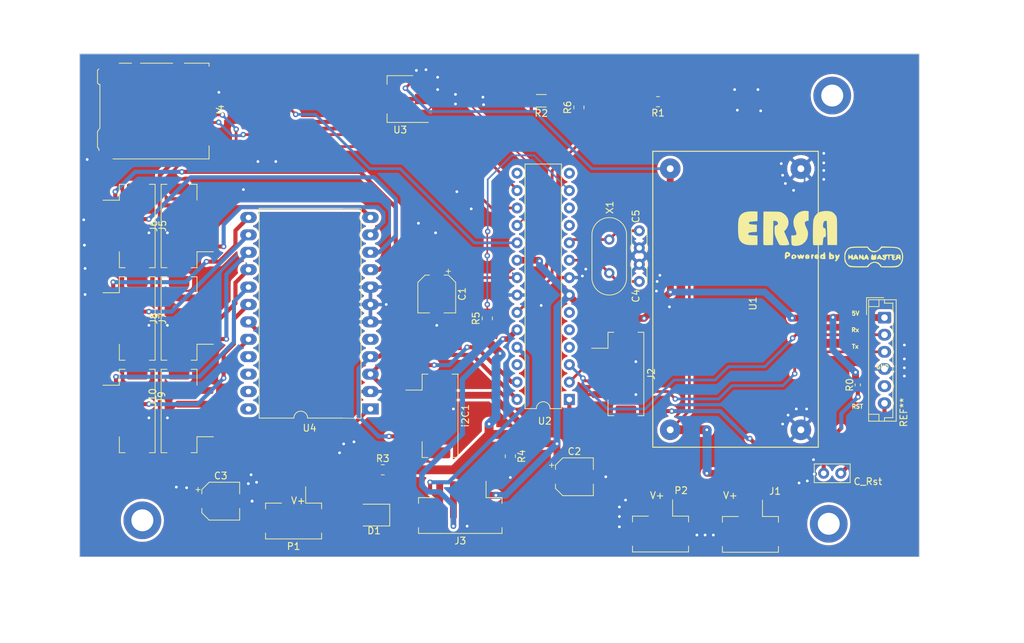
<source format=kicad_pcb>
(kicad_pcb (version 20240108) (generator "pcbnew") (generator_version "8.0")
  (layers (0 "F.Cu" signal) (31 "B.Cu" signal) (34 "B.Paste" user) (35 "F.Paste" user) (36 "B.SilkS" user "B.Silkscreen") (37 "F.SilkS" user "F.Silkscreen") (38 "B.Mask" user) (39 "F.Mask" user) (44 "Edge.Cuts" user))
  (net 0 "")
  (net 1 "GND")
  (net 2 "+5V")
  (net 3 "Net-(U2-AREF)")
  (net 4 "Net-(U2-XTAL1{slash}PB6)")
  (net 5 "Net-(U2-XTAL2{slash}PB7)")
  (net 6 "Net-(D1-A)")
  (net 7 "Net-(D1-K)")
  (net 8 "Net-(U2-PC4)")
  (net 9 "Net-(U2-PC5)")
  (net 10 "Net-(J1-Pin_1)")
  (net 11 "Net-(J2-Pin_2)")
  (net 12 "Net-(J2-Pin_3)")
  (net 13 "Net-(J3-Pin_3)")
  (net 14 "Net-(J3-Pin_4)")
  (net 16 "/CS")
  (net 17 "/MOSI")
  (net 18 "/SCLK")
  (net 19 "/MISO")
  (net 22 "Net-(J5-Pin_1)")
  (net 23 "Net-(J5-Pin_2)")
  (net 24 "Net-(J6-Pin_1)")
  (net 25 "Net-(J6-Pin_2)")
  (net 26 "Net-(J7-Pin_1)")
  (net 27 "Net-(J7-Pin_2)")
  (net 28 "Net-(J8-Pin_1)")
  (net 29 "Net-(J8-Pin_2)")
  (net 30 "Net-(J9-Pin_1)")
  (net 31 "Net-(J9-Pin_2)")
  (net 32 "Net-(J10-Pin_1)")
  (net 33 "Net-(J10-Pin_2)")
  (net 34 "Net-(U2-PD7)")
  (net 35 "Net-(U2-PC0)")
  (net 37 "Net-(R1-Pad2)")
  (net 38 "Net-(R3-Pad1)")
  (net 44 "3v3")
  (net 52 "RST")
  (net 53 "CRst_1")
  (footprint "Package_TO_SOT_SMD:SOT-223-3_TabPin2" (layer "F.Cu") (at 142.24 68.58 180)
    (property "Reference" "U3")
    (property "Value" "AMS1117-3.3")
  )
  (footprint "Connector_JST:JST_PH_B2B-PH-SM4-TB_1x02-1MP_P2.00mm_Vertical" (layer "F.Cu") (at 180.2 130.3 180)
    (property "Reference" "P2")
    (property "Value" "BATT")
  )
  (footprint "Resistor_SMD:R_0805_2012Metric" (layer "F.Cu") (at 158.3 120.7 -90)
    (property "Reference" "R4")
    (property "Value" "22K")
  )
  (footprint "Connector_JST:JST_PH_B4B-PH-SM4-TB_1x04-1MP_P2.00mm_Vertical" (layer "F.Cu") (at 151 127.6 180)
    (property "Reference" "J3")
    (property "Value" "AUX")
  )
  (footprint "Resistor_SMD:R_0805_2012Metric" (layer "F.Cu") (at 179.832 68.961 180)
    (property "Reference" "R1")
    (property "Value" "10K")
  )
  (footprint "Connector_JST:JST_PH_B2B-PH-SM4-TB_1x02-1MP_P2.00mm_Vertical" (layer "F.Cu") (at 193.3 130.35 180)
    (property "Reference" "J1")
    (property "Value" "SWITCH")
  )
  (footprint "Capacitor_THT:C_Disc_D5.0mm_W2.5mm_P2.50mm" (layer "F.Cu") (at 203.982 123.19)
    (property "Reference" "C_Rst")
    (property "Value" "0.1uF/10V")
  )
  (footprint "Connector_JST:JST_PH_B4B-PH-SM4-TB_1x04-1MP_P2.00mm_Vertical" (layer "F.Cu") (at 102.15 100.6 -90)
    (property "Reference" "J7")
    (property "Value" "T5")
  )
  (footprint "Connector_JST:JST_PH_B4B-PH-SM4-TB_1x04-1MP_P2.00mm_Vertical" (layer "F.Cu") (at 102.15 114.1 -90)
    (property "Reference" "J9")
    (property "Value" "T7")
  )
  (footprint "simbol:sim2" (layer "F.Cu") (at 203.454 89.0524)
    (property "Reference" "G***" (hide yes))
    (property "Value" "LOGO" (hide yes))
  )
  (footprint "eec:DC-DC" (layer "F.Cu") (at 191.77 99.06 90)
    (property "Reference" "U1")
    (property "Value" "DC-DC")
  )
  (footprint "Resistor_SMD:R_0805_2012Metric" (layer "F.Cu") (at 139.7 122.682)
    (property "Reference" "R3")
    (property "Value" "33K, 0805W8F3302T5E")
  )
  (footprint "Package_DIP:DIP-24_W15.24mm_LongPads" (layer "F.Cu") (at 135.362 113.797 180)
    (property "Reference" "U4")
    (property "Value" "TCA9548APWR")
  )
  (footprint "Package_DIP:DIP-28_W7.62mm" (layer "F.Cu") (at 166.904 112.416 180)
    (property "Reference" "U2")
    (property "Value" "ATmega328P-P")
  )
  (footprint "Resistor_SMD:R_0805_2012Metric" (layer "F.Cu") (at 154.94 100.584 90)
    (property "Reference" "R5")
    (property "Value" "100, 0805W8F3302T5E")
  )
  (footprint "" (layer "F.Cu") (at 104.648 130.048)
    (property "Reference" "")
    (property "Value" "")
  )
  (footprint "Resistor_SMD:R_0402_1005Metric" (layer "F.Cu") (at 208.95 110.29 90)
    (property "Reference" "R0")
    (property "Value" "10k")
  )
  (footprint "Connector_JST:JST_PH_B4B-PH-SM4-TB_1x04-1MP_P2.00mm_Vertical" (layer "F.Cu") (at 173.4 108.7 -90)
    (property "Reference" "J2")
    (property "Value" "RS232")
  )
  (footprint "Connector_JST:JST_PH_B2B-PH-SM4-TB_1x02-1MP_P2.00mm_Vertical" (layer "F.Cu") (at 126.7 128.4 180)
    (property "Reference" "P1")
    (property "Value" "DC IN")
  )
  (footprint "Connector_JST:JST_PH_B4B-PH-SM4-TB_1x04-1MP_P2.00mm_Vertical" (layer "F.Cu") (at 102.15 87.1 -90)
    (property "Reference" "J5")
    (property "Value" "T3")
  )
  (footprint "Connector_JST:JST_PH_B4B-PH-SM4-TB_1x04-1MP_P2.00mm_Vertical" (layer "F.Cu") (at 111.75 114.1 90)
    (property "Reference" "J10")
    (property "Value" "T8")
  )
  (footprint "Connector_JST:JST_PH_B4B-PH-SM4-TB_1x04-1MP_P2.00mm_Vertical" (layer "F.Cu") (at 111.75 100.6 90)
    (property "Reference" "J8")
    (property "Value" "T6")
  )
  (footprint "Capacitor_SMD:CP_Elec_5x5.4" (layer "F.Cu") (at 116.078 127.254)
    (property "Reference" "C3")
    (property "Value" "100uF/10V")
  )
  (footprint "MountingHole:MountingHole_3.2mm_M3_ISO14580_Pad" (layer "F.Cu") (at 204.724 130.556)
    (property "Reference" "REF**" (hide yes))
    (property "Value" "MountingHole_3.2mm_M3_ISO14580_Pad")
  )
  (footprint "Resistor_SMD:R_1206_3216Metric" (layer "F.Cu") (at 162.814 68.834 180)
    (property "Reference" "R2")
    (property "Value" "4K7")
  )
  (footprint "Resistor_SMD:R_0805_2012Metric" (layer "F.Cu") (at 168.3 69.8 90)
    (property "Reference" "R6")
    (property "Value" "100")
  )
  (footprint "Capacitor_THT:C_Disc_D3.0mm_W2.0mm_P2.50mm" (layer "F.Cu") (at 177.1 87.8 -90)
    (property "Reference" "C5")
    (property "Value" "22p")
  )
  (footprint "Capacitor_SMD:CP_Elec_5x5.4" (layer "F.Cu") (at 167.64 123.698)
    (property "Reference" "C2")
    (property "Value" "100uF/10V")
  )
  (footprint "Capacitor_THT:C_Disc_D3.0mm_W2.0mm_P2.50mm" (layer "F.Cu") (at 177.1 95.2 90)
    (property "Reference" "C4")
    (property "Value" "22p")
  )
  (footprint "Connector_Card:microSD_HC_Hirose_DM3AT-SF-PEJM5" (layer "F.Cu") (at 106.493 70.325 -90)
    (property "Reference" "J4")
    (property "Value" "Micro_SD_Card")
  )
  (footprint "Crystal:Crystal_HC18-U_Vertical" (layer "F.Cu") (at 172.72 93.98 90)
    (property "Reference" "X1")
    (property "Value" "Crystal")
  )
  (footprint "Connector_JST:JST_PH_B4B-PH-SM4-TB_1x04-1MP_P2.00mm_Vertical" (layer "F.Cu") (at 146.3 114.8 -90)
    (property "Reference" "i2C1")
    (property "Value" "J2")
  )
  (footprint "Connector_JST:JST_PH_B4B-PH-SM4-TB_1x04-1MP_P2.00mm_Vertical" (layer "F.Cu") (at 111.75 87.1 90)
    (property "Reference" "J6")
    (property "Value" "T4")
  )
  (footprint "Connector_JST:JST_EH_B6B-EH-A_1x06_P2.50mm_Vertical" (layer "F.Cu") (at 212.852 100.47 -90)
    (property "Reference" "REF**")
    (property "Value" "JST_EH_B6B-EH-A_1x06_P2.50mm_Vertical" (hide yes))
  )
  (footprint "Diode_SMD:D_1210_3225Metric" (layer "F.Cu") (at 138.43 129.286 180)
    (property "Reference" "D1")
    (property "Value" "SMB(DO-214AA)")
  )
  (footprint "Capacitor_SMD:CP_Elec_5x5.4" (layer "F.Cu") (at 147.574 97.028 -90)
    (property "Reference" "C1")
    (property "Value" "100uF/10V")
  )
  (footprint "" (layer "F.Cu") (at 205.232 68.072)
    (property "Reference" "")
    (property "Value" "")
  )
  (gr_rect (start 95.504 61.976) (end 217.932 135.382) (stroke (width 0.1)) (fill none) (layer "Edge.Cuts"))
  (gr_text "Baby Incubator Tester\n22.04.2024" (at 183.3626 65.8876 0) (layer "F.Cu") (effects (font (size 1 1) (thickness 0.25) (bold yes)) (justify left bottom)))
  (gr_text "RST\n" (at 207.988 113.792 0) (layer "F.SilkS") (effects (font (size 0.6 0.6) (thickness 0.15) (bold yes)) (justify left bottom)))
  (gr_text "V+\n" (at 126.238 127.762 0) (layer "F.SilkS") (effects (font (size 1 1)) (justify left bottom)))
  (gr_text "V+\n" (at 178.562 127 0) (layer "F.SilkS") (effects (font (size 1 1)) (justify left bottom)))
  (gr_text "Tx" (at 208.012 105.04 0) (layer "F.SilkS") (effects (font (size 0.6 0.6) (thickness 0.15) (bold yes)) (justify left bottom)))
  (gr_text "GND\n" (at 211.56 108.03 0) (layer "F.SilkS") (effects (font (size 0.6 0.6) (thickness 0.15) (bold yes)) (justify left bottom)))
  (gr_text "V+\n" (at 189.23 127 0) (layer "F.SilkS") (effects (font (size 1 1)) (justify left bottom)))
  (gr_text "5V\n" (at 207.982 100.21 0) (layer "F.SilkS") (effects (font (size 0.6 0.6)) (justify left bottom)))
  (gr_text "Rx" (at 207.942 102.63 0) (layer "F.SilkS") (effects (font (size 0.6 0.6)) (justify left bottom)))
  (segment (start 157.95 123.45) (end 153.266726 123.45) (width 1) (layer "F.Cu") (net 1))
  (segment (start 125.054 127.254) (end 120.65 127.254) (width 1) (layer "F.Cu") (net 1))
  (segment (start 109.5 86.1) (end 108.3 87.3) (width 0.6) (layer "F.Cu") (net 1))
  (segment (start 152 130.9) (end 152 130.8) (width 0.25) (layer "F.Cu") (net 1))
  (segment (start 148.62 67.9) (end 150.3 67.9) (width 0.25) (layer "F.Cu") (net 1))
  (segment (start 125.7 127.9) (end 125.054 127.254) (width 1) (layer "F.Cu") (net 1))
  (segment (start 112.25 86.1) (end 109.5 86.1) (width 0.6) (layer "F.Cu") (net 1))
  (segment (start 169.84 123.698) (end 172.212 123.698) (width 0.25) (layer "F.Cu") (net 1))
  (segment (start 161.3515 68.834) (end 154.966 68.834) (width 0.4) (layer "F.Cu") (net 1))
  (segment (start 158.3 123.8) (end 159.898 125.398) (width 1) (layer "F.Cu") (net 1))
  (segment (start 179.2 129.8) (end 176.5 127.1) (width 1) (layer "F.Cu") (net 1))
  (segment (start 152 124.716726) (end 152 127.1) (width 1) (layer "F.Cu") (net 1))
  (segment (start 145.39 70.88) (end 145.64 70.88) (width 0.25) (layer "F.Cu") (net 1))
  (segment (start 168.14 125.398) (end 169.84 123.698) (width 1) (layer "F.Cu") (net 1))
  (segment (start 109.5 99.6) (end 108.3 100.8) (width 0.6) (layer "F.Cu") (net 1))
  (segment (start 154.966 68.834) (end 154.4 69.4) (width 0.4) (layer "F.Cu") (net 1))
  (segment (start 108.3 87.3) (end 108.3 88.1) (width 0.6) (layer "F.Cu") (net 1))
  (segment (start 101.65 88.1) (end 105.6 88.1) (width 0.6) (layer "F.Cu") (net 1))
  (segment (start 109.5 113.1) (end 108.3 114.3) (width 0.6) (layer "F.Cu") (net 1))
  (segment (start 159.898 125.398) (end 168.14 125.398) (width 1) (layer "F.Cu") (net 1))
  (segment (start 101.65 115.1) (end 105.6 115.1) (width 0.6) (layer "F.Cu") (net 1))
  (segment (start 120.396 127.254) (end 120.65 127) (width 0.25) (layer "F.Cu") (net 1))
  (segment (start 115.8 67.6) (end 114.218 67.6) (width 0.4) (layer "F.Cu") (net 1))
  (segment (start 101.65 101.6) (end 105.6 101.6) (width 0.6) (layer "F.Cu") (net 1))
  (segment (start 152 127.1) (end 152 130.9) (width 0.25) (layer "F.Cu") (net 1))
  (segment (start 158.98 97.48) (end 159.284 97.176) (width 0.25) (layer "F.Cu") (net 1))
  (segment (start 112.25 113.1) (end 109.5 113.1) (width 0.6) (layer "F.Cu") (net 1))
  (segment (start 108.3 114.3) (end 108.3 115.1) (width 0.6) (layer "F.Cu") (net 1))
  (segment (start 176.5 127.1) (end 175.1 127.1) (width 1) (layer "F.Cu") (net 1))
  (segment (start 108.3 100.8) (end 108.3 101.6) (width 0.6) (layer "F.Cu") (net 1))
  (segment (start 147.574 99.228) (end 147.574 101.6) (width 0.25) (layer "F.Cu") (net 1))
  (segment (start 158.3 121.6125) (end 158.3 123.8) (width 1) (layer "F.Cu") (net 1))
  (segment (start 158.3 123.8) (end 157.95 123.45) (width 1) (layer "F.Cu") (net 1))
  (segment (start 145.64 70.88) (end 148.62 67.9) (width 0.25) (layer "F.Cu") (net 1))
  (segment (start 118.278 127.254) (end 120.396 127.254) (width 0.8) (layer "F.Cu") (net 1))
  (segment (start 112.87 100) (end 113.55 100) (width 0.25) (layer "F.Cu") (net 1))
  (segment (start 145.8 113.8) (end 150 113.8) (width 0.4) (layer "F.Cu") (net 1))
  (segment (start 172.9 111.7) (end 176.6 111.7) (width 1) (layer "F.Cu") (net 1))
  (segment (start 153.266726 123.45) (end 152 124.716726) (width 1) (layer "F.Cu") (net 1))
  (segment (start 112.25 99.6) (end 109.5 99.6) (width 0.6) (layer "F.Cu") (net 1))
  (via (at 215.752 109) (size 0.8) (drill 0.4) (layers "F.Cu" "B.Cu") (net 1))
  (via (at 154.3 68.3) (size 0.8) (drill 0.4) (layers "F.Cu" "B.Cu") (net 1))
  (via (at 144.6 64.4) (size 0.8) (drill 0.4) (layers "F.Cu" "B.Cu") (net 1))
  (via (at 215.752 106.5) (size 0.8) (drill 0.4) (layers "F.Cu" "B.Cu") (net 1))
  (via (at 120.65 127.254) (size 0.8) (drill 0.4) (layers "F.Cu" "B.Cu") (net 1))
  (via (at 147.4 88.1) (size 0.8) (drill 0.4) (layers "F.Cu" "B.Cu") (net 1))
  (via (at 96.3 97.1) (size 0.8) (drill 0.4) (layers "F.Cu" "B.Cu") (net 1))
  (via (at 96.6 77.4) (size 0.8) (drill 0.4) (layers "F.Cu" "B.Cu") (net 1))
  (via (at 144.9 86.7) (size 0.8) (drill 0.4) (layers "F.Cu" "B.Cu") (net 1))
  (via (at 176.6 106.9) (size 0.8) (drill 0.4) (layers "F.Cu" "B.Cu") (net 1))
  (via (at 215.752 107.8) (size 0.8) (drill 0.4) (layers "F.Cu" "B.Cu") (net 1))
  (via (at 133.4 120.2) (size 0.8) (drill 0.4) (layers "F.Cu" "B.Cu") (net 1))
  (via (at 146 64.3) (size 0.8) (drill 0.4) (layers "F.Cu" "B.Cu") (net 1))
  (via (at 108.3 88.1) (size 0.8) (drill 0.4) (layers "F.Cu" "B.Cu") (net 1))
  (via (at 198 116) (size 0.8) (drill 0.4) (layers "F.Cu" "B.Cu") (net 1))
  (via (at 169.3 93.4) (size 0.8) (drill 0.4) (layers "F.Cu" "B.Cu") (net 1))
  (via (at 154.4 69.4) (size 0.8) (drill 0.4) (layers "F.Cu" "B.Cu") (net 1))
  (via (at 201.5 113.8) (size 0.8) (drill 0.4) (layers "F.Cu" "B.Cu") (net 1))
  (via (at 152 130.9) (size 0.8) (drill 0.4) (layers "F.Cu" "B.Cu") (net 1))
  (via (at 121.3 124.5) (size 0.8) (drill 0.4) (layers "F.Cu" "B.Cu") (net 1))
  (via (at 191 67.2) (size 0.8) (drill 0.4) (layers "F.Cu" "B.Cu") (net 1))
  (via (at 150 113.8) (size 0.8) (drill 0.4) (layers "F.Cu" "B.Cu") (net 1))
  (via (at 176.6 111.7) (size 0.8) (drill 0.4) (layers "F.Cu" "B.Cu") (net 1))
  (via (at 162.8 98.7) (size 0.8) (drill 0.4) (layers "F.Cu" "B.Cu") (net 1))
  (via (at 174.2 128.1) (size 0.8) (drill 0.4) (layers "F.Cu" "B.Cu") (net 1))
  (via (at 201.6 124.3) (size 0.8) (drill 0.4) (layers "F.Cu" "B.Cu") (net 1))
  (via (at 174.2 131) (size 0.8) (drill 0.4) (layers "F.Cu" "B.Cu") (net 1))
  (via (at 179.7 95.2) (size 0.8) (drill 0.4) (layers "F.Cu" "B.Cu") (net 1))
  (via (at 199.6 81.9) (size 0.8) (drill 0.4) (layers "F.Cu" "B.Cu") (net 1))
  (via (at 120.1 124.7) (size 0.8) (drill 0.4) (layers "F.Cu" "B.Cu") (net 1))
  (via (at 202.5 121.2) (size 0.8) (drill 0.4) (layers "F.Cu" "B.Cu") (net 1))
  (via (at 150.3 69.3) (size 0.8) (drill 0.4) (layers "F.Cu" "B.Cu") (net 1))
  (via (at 174.2 129.5) (size 0.8) (drill 0.4) (layers "F.Cu" "B.Cu") (net 1))
  (via (at 134 118.9) (size 0.8) (drill 0.4) (layers "F.Cu" "B.Cu") (net 1))
  (via (at 115.8 67.6) (size 0.8) (drill 0.4) (layers "F.Cu" "B.Cu") (net 1))
  (via (at 175.1 127.1) (size 0.8) (drill 0.4) (layers "F.Cu" "B.Cu") (net 1))
  (via (at 147.7 67.2) (size 0.8) (drill 0.4) (layers "F.Cu" "B.Cu") (net 1))
  (via (at 140.208 98.552) (size 0.8) (drill 0.4) (layers "F.Cu" "B.Cu") (net 1))
  (via (at 179.6 96.6) (size 0.8) (drill 0.4) (layers "F.Cu" "B.Cu") (net 1))
  (via (at 172.212 123.698) (size 0.8) (drill 0.4) (layers "F.Cu" "B.Cu") (net 1))
  (via (at 168.8 94.4) (size 0.8) (drill 0.4) (layers "F.Cu" "B.Cu") (net 1))
  (via (at 135.5 118.6) (size 0.8) (drill 0.4) (layers "F.Cu" "B.Cu") (net 1))
  (via (at 105.6 115.1) (size 0.8) (drill 0.4) (layers "F.Cu" "B.Cu") (net 1))
  (via (at 200.4 124.6) (size 0.8) (drill 0.4) (layers "F.Cu" "B.Cu") (net 1))
  (via (at 119.38 81.788) (size 0.8) (drill 0.4) (layers "F.Cu" "B.Cu") (net 1))
  (via (at 194.8 70.3) (size 0.8) (drill 0.4) (layers "F.Cu" "B.Cu") (net 1))
  (via (at 109.6 125.2) (size 0.8) (drill 0.4) (layers "F.Cu" "B.Cu") (net 1))
  (via (at 121.5 77.7) (size 0.8) (drill 0.4) (layers "F.Cu" "B.Cu") (net 1))
  (via (at 120.5 123.4) (size 0.8) (drill 0.4) (layers "F.Cu" "B.Cu") (net 1))
  (via (at 198.4 80.9) (size 0.8) (drill 0.4) (layers "F.Cu" "B.Cu") (net 1))
  (via (at 187.9 132.2) (size 0.8) (drill 0.4) (layers "F.Cu" "B.Cu") (net 1))
  (via (at 96.2 89.9) (size 0.8) (drill 0.4) (layers "F.Cu" "B.Cu") (net 1))
  (via (at 150.5 82.1) (size 0.8) (drill 0.4) (layers "F.Cu" "B.Cu") (net 1))
  (via (at 147.574 101.6) (size 0.8) (drill 0.4) (layers "F.Cu" "B.Cu") (net 1))
  (via (at 108.3 101.6) (size 0.8) (drill 0.4) (layers "F.Cu" "B.Cu") (net 1))
  (via (at 204 77.9) (size 0.8) (drill 0.4) (layers "F.Cu" "B.Cu") (net 1))
  (via (at 96.1 86.2) (size 0.8) (drill 0.4) (layers "F.Cu" "B.Cu") (net 1))
  (via (at 191.4 70.2) (size 0.8) (drill 0.4) (layers "F.Cu" "B.Cu") (net 1))
  (via (at 204 80.3) (size 0.8) (drill 0.4) (layers "F.Cu" "B.Cu") (net 1))
  (via (at 197.8 78) (size 0.8) (drill 0.4) (layers "F.Cu" "B.Cu") (net 1))
  (via (at 185.5 132.2) (size 0.8) (drill 0.4) (layers "F.Cu" "B.Cu") (net 1))
  (via (at 200 113.8) (size 0.8) (drill 0.4) (layers "F.Cu" "B.Cu") (net 1))
  (via (at 204 76.5) (size 0.8) (drill 0.4) (layers "F.Cu" "B.Cu") (net 1))
  (via (at 96.2 89.9) (size 0.8) (drill 0.4) (layers "F.Cu" "B.Cu") (net 1))
  (via (at 96.3 93.3) (size 0.8) (drill 0.4) (layers "F.Cu" "B.Cu") (net 1))
  (via (at 215.752 104.47) (size 0.8) (drill 0.4) (layers "F.Cu" "B.Cu") (net 1))
  (via (at 180.1 94.3) (size 0.8) (drill 0.4) (layers "F.Cu" "B.Cu") (net 1))
  (via (at 111.1 125.3) (size 0.8) (drill 0.4) (layers "F.Cu" "B.Cu") (net 1))
  (via (at 202.6 123.3) (size 0.8) (drill 0.4) (layers "F.Cu" "B.Cu") (net 1))
  (via (at 105.6 101.6) (size 0.8) (drill 0.4) (layers "F.Cu" "B.Cu") (net 1))
  (via (at 124.1 77.7) (size 0.8) (drill 0.4) (layers "F.Cu" "B.Cu") (net 1))
  (via (at 181.5 98.9) (size 0.8) (drill 0.4) (layers "F.Cu" "B.Cu") (net 1))
  (via (at 204 79) (size 0.8) (drill 0.4) (layers "F.Cu" "B.Cu") (net 1))
  (via (at 198.8 114.7) (size 0.8) (drill 0.4) (layers "F.Cu" "B.Cu") (net 1))
  (via (at 186.7 132.2) (size 0.8) (drill 0.4) (layers "F.Cu" "B.Cu") (net 1))
  (via (at 150.3 67.9) (size 0.8) (drill 0.4) (layers "F.Cu" "B.Cu") (net 1))
  (via (at 120.65 127.254) (size 0.8) (drill 0.4) (layers "F.Cu" "B.Cu") (net 1))
  (via (at 158.3 123.8) (size 0.8) (drill 0.4) (layers "F.Cu" "B.Cu") (net 1))
  (via (at 108.3 115.1) (size 0.8) (drill 0.4) (layers "F.Cu" "B.Cu") (net 1))
  (via (at 198 79.7) (size 0.8) (drill 0.4) (layers "F.Cu" "B.Cu") (net 1))
  (via (at 194.4 67.2) (size 0.8) (drill 0.4) (layers "F.Cu" "B.Cu") (net 1))
  (via (at 147.7 65.4) (size 0.8) (drill 0.4) (layers "F.Cu" "B.Cu") (net 1))
  (via (at 105.6 88.1) (size 0.8) (drill 0.4) (layers "F.Cu" "B.Cu") (net 1))
  (via (at 152.6 84.6) (size 0.8) (drill 0.4) (layers "F.Cu" "B.Cu") (net 1))
  (segment (start 158.98 97.48) (end 159.284 97.176) (width 0.25) (layer "B.Cu") (net 1))
  (segment (start 201.2 116.3) (end 200.66 116.84) (width 0.25) (layer "B.Cu") (net 1))
  (segment (start 198.42 76.5) (end 200.66 78.74) (width 0.25) (layer "B.Cu") (net 1))
  (segment (start 201.2 79.28) (end 201.2 116.3) (width 0.25) (layer "B.Cu") (net 1))
  (segment (start 200.66 78.74) (end 201.2 79.28) (width 0.25) (layer "B.Cu") (net 1))
  (segment (start 165.1 118.872) (end 165.1 123.358) (width 1) (layer "F.Cu") (net 2))
  (segment (start 166.904 97.176) (end 166.904 97.272629) (width 1) (layer "F.Cu") (net 2))
  (segment (start 205.33 100.43) (end 205.45 100.43) (width 1) (layer "F.Cu") (net 2))
  (segment (start 166.904 97.272629) (end 167.929371 98.298) (width 1) (layer "F.Cu") (net 2))
  (segment (start 155.615 111.8) (end 145.8 111.8) (width 1) (layer "F.Cu") (net 2))
  (segment (start 167.929371 98.298) (end 172.72 98.298) (width 1) (layer "F.Cu") (net 2))
  (segment (start 208.63 109.46) (end 208.95 109.78) (width 1) (layer "F.Cu") (net 2))
  (segment (start 162.454 92.096) (end 159.284 92.096) (width 1) (layer "F.Cu") (net 2))
  (segment (start 205.33 100.55) (end 205.33 100.43) (width 1) (layer "F.Cu") (net 2))
  (segment (start 173.99 99.568) (end 173.99 100.584) (width 1) (layer "F.Cu") (net 2))
  (segment (start 145.39 66.28) (end 143.72 66.28) (width 0.4) (layer "F.Cu") (net 2))
  (segment (start 181.64 96.74) (end 181.64 96.744) (width 1) (layer "F.Cu") (net 2))
  (segment (start 181.59 96.79) (end 181.61 96.81) (width 1) (layer "F.Cu") (net 2))
  (segment (start 173.99 100.584) (end 177.8 100.584) (width 1) (layer "F.Cu") (net 2))
  (segment (start 172.9 105.7) (end 172.4 105.2) (width 1) (layer "F.Cu") (net 2))
  (segment (start 162.687 118.872) (end 155.615 111.8) (width 1) (layer "F.Cu") (net 2))
  (segment (start 165.1 118.872) (end 162.687 118.872) (width 1) (layer "F.Cu") (net 2))
  (segment (start 181.64 96.744) (end 177.8 100.584) (width 1) (layer "F.Cu") (net 2))
  (segment (start 205.41 100.47) (end 212.852 100.47) (width 1) (layer "F.Cu") (net 2))
  (segment (start 205.34 100.54) (end 205.33 100.55) (width 1) (layer "F.Cu") (net 2))
  (segment (start 172.4 105.2) (end 172.4 102.174) (width 1) (layer "F.Cu") (net 2))
  (segment (start 181.61 96.81) (end 181.61 96.873878) (width 1) (layer "F.Cu") (net 2))
  (segment (start 162.56 92.202) (end 162.454 92.096) (width 1) (layer "F.Cu") (net 2))
  (segment (start 154.7 126.4) (end 154 127.1) (width 1) (layer "F.Cu") (net 2))
  (segment (start 156.2 126.4) (end 154.7 126.4) (width 1) (layer "F.Cu") (net 2))
  (segment (start 165.1 123.358) (end 165.44 123.698) (width 1) (layer "F.Cu") (net 2))
  (segment (start 181.61 78.74) (end 181.64 96.74) (width 1) (layer "F.Cu") (net 2))
  (segment (start 172.72 98.298) (end 173.99 99.568) (width 1) (layer "F.Cu") (net 2))
  (segment (start 205.45 100.43) (end 205.41 100.47) (width 1) (layer "F.Cu") (net 2))
  (segment (start 181.61 96.77) (end 181.59 96.79) (width 1) (layer "F.Cu") (net 2))
  (segment (start 181.64 96.74) (end 181.61 96.77) (width 1) (layer "F.Cu") (net 2))
  (segment (start 208.63 108.45) (end 208.63 109.46) (width 1) (layer "F.Cu") (net 2))
  (segment (start 143.72 66.28) (end 143 67) (width 0.4) (layer "F.Cu") (net 2))
  (segment (start 205.34 100.54) (end 205.46 100.54) (width 1) (layer "F.Cu") (net 2))
  (segment (start 199.41 100.54) (end 205.34 100.54) (width 1) (layer "F.Cu") (net 2))
  (segment (start 172.4 102.174) (end 173.99 100.584) (width 1) (layer "F.Cu") (net 2))
  (via (at 181.64 96.74) (size 0.8) (drill 0.4) (layers "F.Cu" "B.Cu") (net 2))
  (via (at 208.63 108.45) (size 0.8) (drill 0.4) (layers "F.Cu" "B.Cu") (net 2))
  (via (at 205.33 100.43) (size 0.8) (drill 0.4) (layers "F.Cu" "B.Cu") (net 2))
  (via (at 165.1 118.872) (size 0.8) (drill 0.4) (layers "F.Cu" "B.Cu") (net 2))
  (via (at 162.56 92.202) (size 0.8) (drill 0.4) (layers "F.Cu" "B.Cu") (net 2))
  (via (at 143 67) (size 0.8) (drill 0.4) (layers "F.Cu" "B.Cu") (net 2))
  (via (at 177.8 100.584) (size 0.8) (drill 0.4) (layers "F.Cu" "B.Cu") (net 2))
  (via (at 156.2 126.4) (size 0.8) (drill 0.4) (layers "F.Cu" "B.Cu") (net 2))
  (via (at 199.41 100.54) (size 0.8) (drill 0.4) (layers "F.Cu" "B.Cu") (net 2))
  (segment (start 161.84 70.4) (end 146.4 70.4) (width 0.4) (layer "B.Cu") (net 2))
  (segment (start 165.1 118.872) (end 157.572 126.4) (width 1) (layer "B.Cu") (net 2))
  (segment (start 165.1 98.98) (end 165.1 118.872) (width 1) (layer "B.Cu") (net 2))
  (segment (start 181.64 96.74) (end 195.37 96.74) (width 1) (layer "B.Cu") (net 2))
  (segment (start 208.63 108.5) (end 208.53 108.4) (width 1) (layer "B.Cu") (net 2))
  (segment (start 162.56 92.202) (end 162.56 92.832) (width 1) (layer "B.Cu") (net 2))
  (segment (start 205.33 100.43) (end 205.33 105.2) (width 1) (layer "B.Cu") (net 2))
  (segment (start 156.2 126.4) (end 156.3 126.4) (width 1) (layer "B.Cu") (net 2))
  (segment (start 170.18 78.74) (end 161.84 70.4) (width 0.4) (layer "B.Cu") (net 2))
  (segment (start 199.41 100.54) (end 199.21 100.58) (width 1) (layer "B.Cu") (net 2))
  (segment (start 157.572 126.4) (end 156.2 126.4) (width 1) (layer "B.Cu") (net 2))
  (segment (start 208.58 108.45) (end 208.63 108.45) (width 1) (layer "B.Cu") (net 2))
  (segment (start 146.4 70.4) (end 143 67) (width 0.4) (layer "B.Cu") (net 2))
  (segment (start 162.56 92.832) (end 166.904 97.176) (width 1) (layer "B.Cu") (net 2))
  (segment (start 208.63 108.45) (end 208.63 108.5) (width 1) (layer "B.Cu") (net 2))
  (segment (start 205.33 105.2) (end 208.58 108.45) (width 1) (layer "B.Cu") (net 2))
  (segment (start 181.61 78.74) (end 170.18 78.74) (width 0.4) (layer "B.Cu") (net 2))
  (segment (start 195.37 96.74) (end 199.41 100.54) (width 1) (layer "B.Cu") (net 2))
  (segment (start 166.904 97.176) (end 165.1 98.98) (width 1) (layer "B.Cu") (net 2))
  (segment (start 159.284 94.636) (end 147.766 94.636) (width 0.4) (layer "F.Cu") (net 3))
  (segment (start 147.766 94.636) (end 147.574 94.828) (width 0.25) (layer "F.Cu") (net 3))
  (segment (start 158.628 93.98) (end 159.284 94.636) (width 0.25) (layer "B.Cu") (net 3))
  (segment (start 166.904 92.096) (end 170.836 92.096) (width 0.4) (layer "F.Cu") (net 4))
  (segment (start 172.72 93.98) (end 173.94 95.2) (width 0.4) (layer "F.Cu") (net 4))
  (segment (start 170.836 92.096) (end 172.72 93.98) (width 0.4) (layer "F.Cu") (net 4))
  (segment (start 173.94 95.2) (end 177.1 95.2) (width 0.4) (layer "F.Cu") (net 4))
  (segment (start 174 87.8) (end 172.72 89.08) (width 0.4) (layer "F.Cu") (net 5))
  (segment (start 167.38 89.08) (end 166.904 89.556) (width 0.25) (layer "F.Cu") (net 5))
  (segment (start 172.72 89.08) (end 167.38 89.08) (width 0.4) (layer "F.Cu") (net 5))
  (segment (start 177.1 87.8) (end 174 87.8) (width 0.4) (layer "F.Cu") (net 5))
  (segment (start 136.638 122.682) (end 138.7875 122.682) (width 1.5) (layer "F.Cu") (net 6))
  (segment (start 129.4 126.2) (end 127.7 127.9) (width 1.5) (layer "F.Cu") (net 6))
  (segment (start 133.12 126.2) (end 136.638 122.682) (width 1.5) (layer "F.Cu") (net 6))
  (segment (start 136.28 129.286) (end 133.194 126.2) (width 1.5) (layer "F.Cu") (net 6))
  (segment (start 135.89 129.286) (end 136.28 129.286) (width 0.25) (layer "F.Cu") (net 6))
  (segment (start 133.12 126.2) (end 129.4 126.2) (width 1.5) (layer "F.Cu") (net 6))
  (segment (start 133.194 126.2) (end 133.12 126.2) (width 1.5) (layer "F.Cu") (net 6))
  (segment (start 191.8 129.35) (end 181.65 129.35) (width 1) (layer "F.Cu") (net 7))
  (segment (start 143.994 132.7) (end 166.5 132.7) (width 1.3) (layer "F.Cu") (net 7))
  (segment (start 181.2 127.05) (end 181.2 129.8) (width 1.3) (layer "F.Cu") (net 7))
  (segment (start 192.3 129.85) (end 191.8 129.35) (width 1) (layer "F.Cu") (net 7))
  (segment (start 140.58 129.286) (end 143.994 132.7) (width 1.3) (layer "F.Cu") (net 7))
  (segment (start 166.5 132.7) (end 173.65 125.55) (width 1.3) (layer "F.Cu") (net 7))
  (segment (start 181.65 129.35) (end 181.2 129.8) (width 1) (layer "F.Cu") (net 7))
  (segment (start 179.7 125.55) (end 181.2 127.05) (width 1.3) (layer "F.Cu") (net 7))
  (segment (start 173.65 125.55) (end 179.7 125.55) (width 1.3) (layer "F.Cu") (net 7))
  (segment (start 181.2 129.8) (end 181.2 132.395406) (width 1.3) (layer "F.Cu") (net 7))
  (segment (start 140.7 113.45) (end 140.7 111.515) (width 0.6) (layer "F.Cu") (net 8))
  (segment (start 153.4 104.8) (end 158.476 109.876) (width 0.6) (layer "F.Cu") (net 8))
  (segment (start 152 104.8) (end 153.4 104.8) (width 0.6) (layer "F.Cu") (net 8))
  (segment (start 158.476 109.876) (end 159.284 109.876) (width 0.6) (layer "F.Cu") (net 8))
  (segment (start 137.902 108.717) (end 139.219 107.4) (width 0.6) (layer "F.Cu") (net 8))
  (segment (start 143.05 115.8) (end 140.7 113.45) (width 0.6) (layer "F.Cu") (net 8))
  (segment (start 140.7 111.515) (end 137.902 108.717) (width 0.6) (layer "F.Cu") (net 8))
  (segment (start 139.219 107.4) (end 147.2 107.4) (width 0.6) (layer "F.Cu") (net 8))
  (segment (start 137.902 108.717) (end 138.435 108.717) (width 0.25) (layer "F.Cu") (net 8))
  (segment (start 145.8 115.8) (end 143.05 115.8) (width 0.6) (layer "F.Cu") (net 8))
  (via (at 147.2 107.4) (size 0.8) (drill 0.4) (layers "F.Cu" "B.Cu") (net 8))
  (via (at 152 104.8) (size 0.8) (drill 0.4) (layers "F.Cu" "B.Cu") (net 8))
  (segment (start 149.4 107.4) (end 147.2 107.4) (width 0.6) (layer "B.Cu") (net 8))
  (segment (start 152 104.8) (end 149.4 107.4) (width 0.6) (layer "B.Cu") (net 8))
  (segment (start 140.6 117.8) (end 145.8 117.8) (width 0.6) (layer "F.Cu") (net 9))
  (segment (start 137.902 106.177) (end 139.184 106.177) (width 0.6) (layer "F.Cu") (net 9))
  (segment (start 152.786 105.918) (end 159.284 112.416) (width 0.6) (layer "F.Cu") (net 9))
  (segment (start 139.443 105.918) (end 152.786 105.918) (width 0.6) (layer "F.Cu") (net 9))
  (segment (start 139.184 106.177) (end 139.443 105.918) (width 0.6) (layer "F.Cu") (net 9))
  (via (at 140.6 117.8) (size 0.8) (drill 0.4) (layers "F.Cu" "B.Cu") (net 9))
  (segment (start 136.177 107.902) (end 136.177 114.877) (width 0.6) (layer "B.Cu") (net 9))
  (segment (start 139.1 117.8) (end 140.6 117.8) (width 0.6) (layer "B.Cu") (net 9))
  (segment (start 137.902 106.177) (end 136.177 107.902) (width 0.6) (layer "B.Cu") (net 9))
  (segment (start 136.177 114.877) (end 139.1 117.8) (width 0.6) (layer "B.Cu") (net 9))
  (segment (start 184.4 73.529) (end 184.4 114.05) (width 0.4) (layer "F.Cu") (net 10))
  (segment (start 190.39 123.19) (end 186.944 123.19) (width 1) (layer "F.Cu") (net 10))
  (segment (start 194.3 127.1) (end 190.39 123.19) (width 1) (layer "F.Cu") (net 10))
  (segment (start 186.944 116.84) (end 181.61 116.84) (width 1.3) (layer "F.Cu") (net 10))
  (segment (start 194.3 129.85) (end 194.3 127.1) (width 1) (layer "F.Cu") (net 10))
  (segment (start 180.7445 69.8735) (end 184.4 73.529) (width 0.4) (layer "F.Cu") (net 10))
  (segment (start 184.4 114.05) (end 181.61 116.84) (width 0.4) (layer "F.Cu") (net 10))
  (segment (start 180.7445 68.961) (end 180.7445 69.8735) (width 0.4) (layer "F.Cu") (net 10))
  (segment (start 187.003878 116.84) (end 186.944 116.84) (width 1.3) (layer "F.Cu") (net 10))
  (via (at 186.944 116.84) (size 0.8) (drill 0.4) (layers "F.Cu" "B.Cu") (net 10))
  (via (at 186.944 123.19) (size 0.8) (drill 0.4) (layers "F.Cu" "B.Cu") (net 10))
  (segment (start 186.998 116.894) (end 186.998 122.882) (width 1.3) (layer "B.Cu") (net 10))
  (segment (start 186.998 122.882) (end 186.944 122.936) (width 1.3) (layer "B.Cu") (net 10))
  (segment (start 186.944 116.84) (end 186.998 116.894) (width 1.3) (layer "B.Cu") (net 10))
  (segment (start 199.95 102.97) (end 199.45 103.47) (width 0.4) (layer "F.Cu") (net 11))
  (segment (start 212.852 102.97) (end 199.95 102.97) (width 0.4) (layer "F.Cu") (net 11))
  (segment (start 169.268 109.7) (end 172.9 109.7) (width 0.4) (layer "F.Cu") (net 11))
  (segment (start 168.881107 109.313107) (end 169.268 109.7) (width 0.4) (layer "F.Cu") (net 11))
  (via (at 168.881107 109.313107) (size 0.8) (drill 0.4) (layers "F.Cu" "B.Cu") (net 11))
  (via (at 199.45 103.47) (size 0.8) (drill 0.4) (layers "F.Cu" "B.Cu") (net 11))
  (segment (start 168.881107 110.217107) (end 168.881107 109.313107) (width 0.4) (layer "B.Cu") (net 11))
  (segment (start 188.17 109.57) (end 182.19 109.57) (width 0.4) (layer "B.Cu") (net 11))
  (segment (start 190.11 107.63) (end 195.415 107.63) (width 0.4) (layer "B.Cu") (net 11))
  (segment (start 188.17 109.57) (end 190.11 107.63) (width 0.4) (layer "B.Cu") (net 11))
  (segment (start 168.881107 109.313107) (end 166.904 107.336) (width 0.4) (layer "B.Cu") (net 11))
  (segment (start 199.45 103.47) (end 199.45 103.595) (width 0.4) (layer "B.Cu") (net 11))
  (segment (start 199.42 103.625) (end 199.42 103.495) (width 0.4) (layer "B.Cu") (net 11))
  (segment (start 199.45 103.595) (end 195.415 107.63) (width 0.4) (layer "B.Cu") (net 11))
  (segment (start 172.466 113.802) (end 168.881107 110.217107) (width 0.4) (layer "B.Cu") (net 11))
  (segment (start 177.958 113.802) (end 182.19 109.57) (width 0.4) (layer "B.Cu") (net 11))
  (segment (start 172.466 113.802) (end 177.958 113.802) (width 0.4) (layer "B.Cu") (net 11))
  (segment (start 179.212 111.262) (end 181.272 111.262) (width 0.4) (layer "F.Cu") (net 12))
  (segment (start 175.65 107.7) (end 179.212 111.262) (width 0.4) (layer "F.Cu") (net 12))
  (segment (start 182.35 112.34) (end 182.39 112.34) (width 0.4) (layer "F.Cu") (net 12))
  (segment (start 199.76 108.66) (end 199.76 107.326) (width 0.4) (layer "F.Cu") (net 12))
  (segment (start 199.76 107.326) (end 201.616 105.47) (width 0.4) (layer "F.Cu") (net 12))
  (segment (start 181.272 111.262) (end 182.35 112.34) (width 0.4) (layer "F.Cu") (net 12))
  (segment (start 172.9 107.7) (end 175.65 107.7) (width 0.4) (layer "F.Cu") (net 12))
  (segment (start 169.08 107.7) (end 172.9 107.7) (width 0.4) (layer "F.Cu") (net 12))
  (segment (start 201.616 105.47) (end 212.852 105.47) (width 0.4) (layer "F.Cu") (net 12))
  (segment (start 182.39 112.34) (end 182.39 112.34) (width 0.4) (layer "F.Cu") (net 12))
  (segment (start 182.35 112.38) (end 182.35 112.34) (width 0.4) (layer "F.Cu") (net 12))
  (segment (start 166.904 109.876) (end 169.08 107.7) (width 0.4) (layer "F.Cu") (net 12))
  (via (at 199.76 108.66) (size 0.8) (drill 0.4) (layers "F.Cu" "B.Cu") (net 12))
  (via (at 182.35 112.34) (size 0.8) (drill 0.4) (layers "F.Cu" "B.Cu") (net 12))
  (segment (start 199.77 108.66) (end 199.69 108.74) (width 0.4) (layer "B.Cu") (net 12))
  (segment (start 198.03 110.4) (end 199.76 108.67) (width 0.4) (layer "B.Cu") (net 12))
  (segment (start 199.76 108.66) (end 199.77 108.66) (width 0.4) (layer "B.Cu") (net 12))
  (segment (start 199.76 108.67) (end 199.76 108.66) (width 0.4) (layer "B.Cu") (net 12))
  (segment (start 190.62 110.4) (end 198.03 110.4) (width 0.4) (layer "B.Cu") (net 12))
  (segment (start 188.68 112.34) (end 190.62 110.4) (width 0.4) (layer "B.Cu") (net 12))
  (segment (start 182.35 112.34) (end 188.68 112.34) (width 0.4) (layer "B.Cu") (net 12))
  (segment (start 157.2 103.6) (end 157.94 103.6) (width 0.8) (layer "F.Cu") (net 13))
  (segment (start 150 130.9) (end 150 127.1) (width 0.8) (layer "F.Cu") (net 13))
  (segment (start 157.94 103.6) (end 159.284 102.256) (width 0.8) (layer "F.Cu") (net 13))
  (via (at 150 130.9) (size 0.8) (drill 0.4) (layers "F.Cu" "B.Cu") (net 13))
  (via (at 157.2 103.6) (size 0.8) (drill 0.4) (layers "F.Cu" "B.Cu") (net 13))
  (segment (start 150 127.9) (end 150 130.9) (width 0.8) (layer "B.Cu") (net 13))
  (segment (start 146.302943 125.9) (end 148 125.9) (width 0.8) (layer "B.Cu") (net 13))
  (segment (start 148 125.9) (end 150 127.9) (width 0.8) (layer "B.Cu") (net 13))
  (segment (start 157.2 103.6) (end 151.3 109.5) (width 0.8) (layer "B.Cu") (net 13))
  (segment (start 151.3 117.4) (end 145.4 123.3) (width 0.8) (layer "B.Cu") (net 13))
  (segment (start 145.4 124.997057) (end 146.302943 125.9) (width 0.8) (layer "B.Cu") (net 13))
  (segment (start 151.3 109.5) (end 151.3 117.4) (width 0.8) (layer "B.Cu") (net 13))
  (segment (start 150 130.8) (end 150 130.9) (width 0.8) (layer "B.Cu") (net 13))
  (segment (start 145.4 123.3) (end 145.4 124.997057) (width 0.8) (layer "B.Cu") (net 13))
  (segment (start 146.6 125.7) (end 148 127.1) (width 0.6) (layer "F.Cu") (net 14))
  (segment (start 146.6 124.5) (end 146.6 125.7) (width 0.6) (layer "F.Cu") (net 14))
  (via (at 146.6 124.5) (size 0.8) (drill 0.4) (layers "F.Cu" "B.Cu") (net 14))
  (segment (start 160.784 106.296) (end 160.784 113.037321) (width 0.6) (layer "B.Cu") (net 14))
  (segment (start 160.784 113.037321) (end 149.321321 124.5) (width 0.6) (layer "B.Cu") (net 14))
  (segment (start 149.321321 124.5) (end 146.6 124.5) (width 0.6) (layer "B.Cu") (net 14))
  (segment (start 159.284 104.796) (end 160.784 106.296) (width 0.6) (layer "B.Cu") (net 14))
  (segment (start 151.24 73.77) (end 119.35 73.77) (width 0.4) (layer "F.Cu") (net 16))
  (segment (start 119.32 73.74) (end 119.24 73.74) (width 0.25) (layer "F.Cu") (net 16))
  (segment (start 115.744364 72) (end 115.768873 71.975491) (width 0.25) (layer "F.Cu") (net 16))
  (segment (start 114.218 72) (end 115.744364 72) (width 0.4) (layer "F.Cu") (net 16))
  (segment (start 119.35 73.77) (end 119.32 73.74) (width 0.25) (layer "F.Cu") (net 16))
  (segment (start 159.284 81.936) (end 159.284 81.814) (width 0.4) (layer "F.Cu") (net 16))
  (segment (start 159.284 81.814) (end 151.24 73.77) (width 0.4) (layer "F.Cu") (net 16))
  (via (at 119.35 73.77) (size 0.8) (drill 0.4) (layers "F.Cu" "B.Cu") (net 16))
  (via (at 115.768873 71.975491) (size 0.8) (drill 0.4) (layers "F.Cu" "B.Cu") (net 16))
  (segment (start 119.205 73.915) (end 119.35 73.77) (width 0.4) (layer "B.Cu") (net 16))
  (segment (start 115.768873 71.975491) (end 117.708382 73.915) (width 0.4) (layer "B.Cu") (net 16))
  (segment (start 117.708382 73.915) (end 119.205 73.915) (width 0.4) (layer "B.Cu") (net 16))
  (segment (start 159.284 84.476) (end 155.576 84.476) (width 0.4) (layer "F.Cu") (net 17))
  (segment (start 118.315 75.32462) (end 118.315 73.005) (width 0.4) (layer "F.Cu") (net 17))
  (segment (start 118.50538 75.515) (end 118.315 75.32462) (width 0.4) (layer "F.Cu") (net 17))
  (segment (start 146.615 75.515) (end 118.50538 75.515) (width 0.4) (layer "F.Cu") (net 17))
  (segment (start 155.576 84.476) (end 146.615 75.515) (width 0.4) (layer "F.Cu") (net 17))
  (segment (start 118.315 72.975) (end 118.315 72.965) (width 0.25) (layer "F.Cu") (net 17))
  (segment (start 118.33 72.99) (end 118.315 72.975) (width 0.25) (layer "F.Cu") (net 17))
  (segment (start 114.218 70.9) (end 116.3 70.9) (width 0.4) (layer "F.Cu") (net 17))
  (segment (start 118.315 73.005) (end 118.33 72.99) (width 0.25) (layer "F.Cu") (net 17))
  (via (at 116.3 70.9) (size 0.8) (drill 0.4) (layers "F.Cu" "B.Cu") (net 17))
  (via (at 118.33 72.99) (size 0.8) (drill 0.4) (layers "F.Cu" "B.Cu") (net 17))
  (segment (start 118.33 72.93) (end 118.33 72.99) (width 0.25) (layer "B.Cu") (net 17))
  (segment (start 116.3 70.9) (end 118.33 72.93) (width 0.4) (layer "B.Cu") (net 17))
  (segment (start 114.218 68.7) (end 124.8845 68.7) (width 0.4) (layer "F.Cu") (net 18))
  (segment (start 124.8845 68.7) (end 127 70.8155) (width 0.4) (layer "F.Cu") (net 18))
  (via (at 127 70.8155) (size 0.8) (drill 0.4) (layers "F.Cu" "B.Cu") (net 18))
  (segment (start 153.056 89.556) (end 159.284 89.556) (width 0.4) (layer "B.Cu") (net 18))
  (segment (start 127 70.8155) (end 129.871896 70.8155) (width 0.4) (layer "B.Cu") (net 18))
  (segment (start 137.796396 78.74) (end 142.24 78.74) (width 0.4) (layer "B.Cu") (net 18))
  (segment (start 129.871896 70.8155) (end 137.796396 78.74) (width 0.4) (layer "B.Cu") (net 18))
  (segment (start 142.24 78.74) (end 153.056 89.556) (width 0.4) (layer "B.Cu") (net 18))
  (segment (start 152.3 69.3) (end 161.5 78.5) (width 0.25) (layer "F.Cu") (net 19))
  (segment (start 161.5 84.8) (end 159.284 87.016) (width 0.25) (layer "F.Cu") (net 19))
  (segment (start 147.083148 63.375) (end 152.3 68.591852) (width 0.25) (layer "F.Cu") (net 19))
  (segment (start 152.3 68.591852) (end 152.3 69.3) (width 0.25) (layer "F.Cu") (net 19))
  (segment (start 118.243 63.375) (end 147.083148 63.375) (width 0.25) (layer "F.Cu") (net 19))
  (segment (start 161.5 78.5) (end 161.5 84.8) (width 0.25) (layer "F.Cu") (net 19))
  (segment (start 115.118 66.5) (end 118.243 63.375) (width 0.25) (layer "F.Cu") (net 19))
  (segment (start 114.218 66.5) (end 115.118 66.5) (width 0.25) (layer "F.Cu") (net 19))
  (segment (start 141.6 91.061) (end 139.184 93.477) (width 0.6) (layer "F.Cu") (net 22))
  (segment (start 110.4 79.2) (end 136.4 79.2) (width 0.6) (layer "F.Cu") (net 22))
  (segment (start 139.184 93.477) (end 137.902 93.477) (width 0.6) (layer "F.Cu") (net 22))
  (segment (start 100.7 83.15) (end 101.65 84.1) (width 0.6) (layer "F.Cu") (net 22))
  (segment (start 136.4 79.2) (end 141.6 84.4) (width 0.6) (layer "F.Cu") (net 22))
  (segment (start 141.6 84.4) (end 141.6 91.061) (width 0.6) (layer "F.Cu") (net 22))
  (segment (start 100.7 82.1) (end 100.7 83.15) (width 0.6) (layer "F.Cu") (net 22))
  (via (at 110.4 79.2) (size 0.8) (drill 0.4) (layers "F.Cu" "B.Cu") (net 22))
  (via (at 100.7 82.1) (size 0.8) (drill 0.4) (layers "F.Cu" "B.Cu") (net 22))
  (segment (start 103.6 79.2) (end 100.7 82.1) (width 0.6) (layer "B.Cu") (net 22))
  (segment (start 110.4 79.2) (end 103.6 79.2) (width 0.6) (layer "B.Cu") (net 22))
  (segment (start 105.6 86.1) (end 101.65 86.1) (width 0.6) (layer "F.Cu") (net 23))
  (via (at 105.6 86.1) (size 0.8) (drill 0.4) (layers "F.Cu" "B.Cu") (net 23))
  (segment (start 141.6 88.521) (end 139.184 90.937) (width 0.6) (layer "B.Cu") (net 23))
  (segment (start 111.7 80) (end 138.42 80) (width 0.6) (layer "B.Cu") (net 23))
  (segment (start 141.6 83.18) (end 141.6 88.521) (width 0.6) (layer "B.Cu") (net 23))
  (segment (start 139.184 90.937) (end 137.902 90.937) (width 0.6) (layer "B.Cu") (net 23))
  (segment (start 138.42 80) (end 141.6 83.18) (width 0.6) (layer "B.Cu") (net 23))
  (segment (start 105.6 86.1) (end 111.7 80) (width 0.6) (layer "B.Cu") (net 23))
  (segment (start 116.5 90.1) (end 112.25 90.1) (width 0.6) (layer "F.Cu") (net 24))
  (via (at 116.5 90.1) (size 0.8) (drill 0.4) (layers "F.Cu" "B.Cu") (net 24))
  (segment (start 137.902 88.397) (end 139.802 86.497) (width 0.6) (layer "B.Cu") (net 24))
  (segment (start 138.957 84.357) (end 119.043 84.357) (width 0.6) (layer "B.Cu") (net 24))
  (segment (start 139.802 86.497) (end 139.802 85.202) (width 0.6) (layer "B.Cu") (net 24))
  (segment (start 116.5 86.9) (end 116.5 90.1) (width 0.6) (layer "B.Cu") (net 24))
  (segment (start 139.802 85.202) (end 138.957 84.357) (width 0.6) (layer "B.Cu") (net 24))
  (segment (start 119.043 84.357) (end 116.5 86.9) (width 0.6) (layer "B.Cu") (net 24))
  (segment (start 114.5 88.1) (end 112.25 88.1) (width 0.6) (layer "F.Cu") (net 25))
  (segment (start 118.243 84.357) (end 114.5 88.1) (width 0.6) (layer "F.Cu") (net 25))
  (segment (start 136.402 84.357) (end 118.243 84.357) (width 0.6) (layer "F.Cu") (net 25))
  (segment (start 137.902 85.857) (end 136.402 84.357) (width 0.6) (layer "F.Cu") (net 25))
  (segment (start 120.122 85.857) (end 118.222 87.757) (width 0.6) (layer "F.Cu") (net 26))
  (segment (start 115.855635 92.3) (end 114 92.3) (width 0.6) (layer "F.Cu") (net 26))
  (segment (start 118.222 87.757) (end 118.222 89.933635) (width 0.6) (layer "F.Cu") (net 26))
  (segment (start 118.222 89.933635) (end 115.855635 92.3) (width 0.6) (layer "F.Cu") (net 26))
  (segment (start 100.4 95.3) (end 100.4 96.35) (width 0.6) (layer "F.Cu") (net 26))
  (segment (start 100.4 96.35) (end 101.65 97.6) (width 0.6) (layer "F.Cu") (net 26))
  (via (at 114 92.3) (size 0.8) (drill 0.4) (layers "F.Cu" "B.Cu") (net 26))
  (via (at 100.4 95.3) (size 0.8) (drill 0.4) (layers "F.Cu" "B.Cu") (net 26))
  (segment (start 111 95.3) (end 100.4 95.3) (width 0.6) (layer "B.Cu") (net 26))
  (segment (start 114 92.3) (end 111 95.3) (width 0.6) (layer "B.Cu") (net 26))
  (segment (start 101.65 99.6) (end 105.6 99.6) (width 0.6) (layer "F.Cu") (net 27))
  (via (at 105.6 99.6) (size 0.8) (drill 0.4) (layers "F.Cu" "B.Cu") (net 27))
  (segment (start 105.6 99.6) (end 108.919 99.6) (width 0.6) (layer "B.Cu") (net 27))
  (segment (start 108.919 99.6) (end 120.122 88.397) (width 0.6) (layer "B.Cu") (net 27))
  (segment (start 112.25 103.6) (end 116.9 103.6) (width 0.6) (layer "F.Cu") (net 28))
  (via (at 116.9 103.6) (size 0.8) (drill 0.4) (layers "F.Cu" "B.Cu") (net 28))
  (segment (start 116.9 94.159) (end 120.122 90.937) (width 0.6) (layer "B.Cu") (net 28))
  (segment (start 116.9 103.6) (end 116.9 94.159) (width 0.6) (layer "B.Cu") (net 28))
  (segment (start 118.222 95.377) (end 120.122 93.477) (width 0.6) (layer "F.Cu") (net 29))
  (segment (start 115 101.6) (end 118.222 98.378) (width 0.6) (layer "F.Cu") (net 29))
  (segment (start 118.222 98.378) (end 118.222 95.377) (width 0.6) (layer "F.Cu") (net 29))
  (segment (start 112.25 101.6) (end 115 101.6) (width 0.6) (layer "F.Cu") (net 29))
  (segment (start 119.8 92.6) (end 119.8 92.541) (width 0.25) (layer "B.Cu") (net 29))
  (segment (start 100.8 110.25) (end 101.65 111.1) (width 0.6) (layer "F.Cu") (net 30))
  (segment (start 100.8 109.1) (end 100.8 110.25) (width 0.6) (layer "F.Cu") (net 30))
  (via (at 100.8 109.1) (size 0.8) (drill 0.4) (layers "F.Cu" "B.Cu") (net 30))
  (segment (start 118 104.055635) (end 112.955635 109.1) (width 0.6) (layer "B.Cu") (net 30))
  (segment (start 100.8 109.1) (end 100.7 109.1) (width 0.6) (layer "B.Cu") (net 30))
  (segment (start 120.122 96.017) (end 118 98.139) (width 0.6) (layer "B.Cu") (net 30))
  (segment (start 118 98.139) (end 118 104.055635) (width 0.6) (layer "B.Cu") (net 30))
  (segment (start 112.955635 109.1) (end 100.8 109.1) (width 0.6) (layer "B.Cu") (net 30))
  (segment (start 118 100.679) (end 118 104.3) (width 0.6) (layer "F.Cu") (net 31))
  (segment (start 120.122 98.557) (end 118 100.679) (width 0.6) (layer "F.Cu") (net 31))
  (segment (start 105.6 113.1) (end 105.5 113.1) (width 0.6) (layer "F.Cu") (net 31))
  (segment (start 118 104.3) (end 116.5 105.8) (width 0.6) (layer "F.Cu") (net 31))
  (segment (start 116.5 105.8) (end 116.5 109.3) (width 0.6) (layer "F.Cu") (net 31))
  (segment (start 116.5 109.3) (end 116.5 109.4) (width 0.6) (layer "F.Cu") (net 31))
  (segment (start 101.65 113.1) (end 105.6 113.1) (width 0.6) (layer "F.Cu") (net 31))
  (via (at 105.6 113.1) (size 0.8) (drill 0.4) (layers "F.Cu" "B.Cu") (net 31))
  (via (at 116.5 109.3) (size 0.8) (drill 0.4) (layers "F.Cu" "B.Cu") (net 31))
  (segment (start 112.7 113.1) (end 105.6 113.1) (width 0.6) (layer "B.Cu") (net 31))
  (segment (start 116.5 109.3) (end 112.7 113.1) (width 0.6) (layer "B.Cu") (net 31))
  (segment (start 112.25 117.1) (end 119.34032 117.1) (width 0.6) (layer "F.Cu") (net 32))
  (segment (start 119.34032 117.1) (end 122.022 114.41832) (width 0.6) (layer "F.Cu") (net 32))
  (segment (start 122.022 102.997) (end 120.122 101.097) (width 0.6) (layer "F.Cu") (net 32))
  (segment (start 122.022 114.41832) (end 122.022 102.997) (width 0.6) (layer "F.Cu") (net 32))
  (segment (start 118.222 105.537) (end 120.122 103.637) (width 0.6) (layer "F.Cu") (net 33))
  (segment (start 118.222 111.87832) (end 118.222 105.537) (width 0.6) (layer "F.Cu") (net 33))
  (segment (start 112.25 115.1) (end 115.00032 115.1) (width 0.6) (layer "F.Cu") (net 33))
  (segment (start 115.00032 115.1) (end 118.222 111.87832) (width 0.6) (layer "F.Cu") (net 33))
  (segment (start 154.94 98.552) (end 154.94 99.6715) (width 0.25) (layer "F.Cu") (net 34))
  (segment (start 155 87.9) (end 154.94 87.96) (width 0.25) (layer "F.Cu") (net 34))
  (segment (start 154.94 87.96) (end 154.94 91.44) (width 0.25) (layer "F.Cu") (net 34))
  (via (at 155 87.9) (size 0.8) (drill 0.4) (layers "F.Cu" "B.Cu") (net 34))
  (via (at 154.94 98.552) (size 0.8) (drill 0.4) (layers "F.Cu" "B.Cu") (net 34))
  (via (at 154.94 91.44) (size 0.8) (drill 0.4) (layers "F.Cu" "B.Cu") (net 34))
  (segment (start 155 80.3) (end 155 87.9) (width 0.25) (layer "B.Cu") (net 34))
  (segment (start 161.768 76.8) (end 158.5 76.8) (width 0.25) (layer "B.Cu") (net 34))
  (segment (start 155 87.9) (end 155 87.8) (width 0.25) (layer "B.Cu") (net 34))
  (segment (start 154.94 91.44) (end 154.94 98.552) (width 0.25) (layer "B.Cu") (net 34))
  (segment (start 158.5 76.8) (end 155 80.3) (width 0.25) (layer "B.Cu") (net 34))
  (segment (start 166.904 81.936) (end 161.768 76.8) (width 0.25) (layer "B.Cu") (net 34))
  (segment (start 164.4 79) (end 168.3 75.1) (width 0.4) (layer "F.Cu") (net 35))
  (segment (start 159.284 99.716) (end 164.4 94.6) (width 0.4) (layer "F.Cu") (net 35))
  (segment (start 164.4 94.6) (end 164.4 79) (width 0.4) (layer "F.Cu") (net 35))
  (segment (start 168.3 75.1) (end 168.3 70.7125) (width 0.4) (layer "F.Cu") (net 35))
  (segment (start 168.2465 68.834) (end 164.2765 68.834) (width 0.4) (layer "F.Cu") (net 37))
  (segment (start 168.3 68.8875) (end 168.2465 68.834) (width 0.25) (layer "F.Cu") (net 37))
  (segment (start 178.9195 68.961) (end 168.3735 68.961) (width 0.4) (layer "F.Cu") (net 37))
  (segment (start 168.3735 68.961) (end 168.3 68.8875) (width 0.25) (layer "F.Cu") (net 37))
  (segment (start 155.2 117.5) (end 155.2 116) (width 1.3) (layer "F.Cu") (net 38))
  (segment (start 150.018 122.682) (end 155.2 117.5) (width 1.3) (layer "F.Cu") (net 38))
  (segment (start 154.94 103.84) (end 154.94 101.6) (width 1.3) (layer "F.Cu") (net 38))
  (segment (start 158.3 117.52) (end 158.3 119.7875) (width 1.3) (layer "F.Cu") (net 38))
  (segment (start 155.22 117.52) (end 155.2 117.5) (width 1.3) (layer "F.Cu") (net 38))
  (segment (start 156.8 105.7) (end 154.94 103.84) (width 1.3) (layer "F.Cu") (net 38))
  (segment (start 158.3 117.52) (end 155.22 117.52) (width 1.3) (layer "F.Cu") (net 38))
  (segment (start 140.6125 122.682) (end 150.018 122.682) (width 1.3) (layer "F.Cu") (net 38))
  (via (at 156.8 105.7) (size 0.8) (drill 0.4) (layers "F.Cu" "B.Cu") (net 38))
  (via (at 155.2 116) (size 0.8) (drill 0.4) (layers "F.Cu" "B.Cu") (net 38))
  (segment (start 156.21 114.99) (end 156.21 106.64061) (width 1.3) (layer "B.Cu") (net 38))
  (segment (start 155.2 116) (end 156.21 114.99) (width 1.3) (layer "B.Cu") (net 38))
  (segment (start 156.21 106.64061) (end 156.975305 105.875305) (width 1.3) (layer "B.Cu") (net 38))
  (segment (start 107.2 111) (end 107.2 117.1) (width 0.6) (layer "F.Cu") (net 44))
  (segment (start 119.8155 71.9155) (end 135.7545 71.9155) (width 0.6) (layer "F.Cu") (net 44))
  (segment (start 107.2 103.6) (end 101.65 103.6) (width 0.6) (layer "F.Cu") (net 44))
  (segment (start 117.7 69.8) (end 119.8155 71.9155) (width 0.6) (layer "F.Cu") (net 44))
  (segment (start 133.096 118.364) (end 121.536 118.364) (width 0.6) (layer "F.Cu") (net 44))
  (segment (start 137.902 113.797) (end 137.663 113.797) (width 0.6) (layer "F.Cu") (net 44))
  (segment (start 107.2 79.7) (end 107.2 84) (width 0.6) (layer "F.Cu") (net 44))
  (segment (start 107.2 97.5) (end 107.3 97.6) (width 0.6) (layer "F.Cu") (net 44))
  (segment (start 107.3 111.1) (end 112.25 111.1) (width 0.6) (layer "F.Cu") (net 44))
  (segment (start 107.2 103.6) (end 107.2 111) (width 0.6) (layer "F.Cu") (net 44))
  (segment (start 107.2 84) (end 107.3 84.1) (width 0.6) (layer "F.Cu") (net 44))
  (segment (start 107.2 117.1) (end 101.65 117.1) (width 0.6) (layer "F.Cu") (net 44))
  (segment (start 110.308 122.5) (end 113.408 125.6) (width 0.6) (layer "F.Cu") (net 44))
  (segment (start 107.2 121) (end 108.7 122.5) (width 0.6) (layer "F.Cu") (net 44))
  (segment (start 113.408 125.6) (end 113.792 125.6) (width 0.6) (layer "F.Cu") (net 44))
  (segment (start 139.09 68.58) (end 145.39 68.58) (width 0.6) (layer "F.Cu") (net 44))
  (segment (start 107.3 84.1) (end 112.25 84.1) (width 0.6) (layer "F.Cu") (net 44))
  (segment (start 107.2 84) (end 107.2 90.1) (width 0.6) (layer "F.Cu") (net 44))
  (segment (start 113.018 69.8) (end 110.4 72.418) (width 0.6) (layer "F.Cu") (net 44))
  (segment (start 137.663 113.797) (end 133.096 118.364) (width 0.6) (layer "F.Cu") (net 44))
  (segment (start 135.7545 71.9155) (end 139.09 68.58) (width 0.6) (layer "F.Cu") (net 44))
  (segment (start 110.4 72.418) (end 110.4 76.5) (width 0.6) (layer "F.Cu") (net 44))
  (segment (start 107.2 90.1) (end 107.2 97.5) (width 0.6) (layer "F.Cu") (net 44))
  (segment (start 107.2 111) (end 107.3 111.1) (width 0.6) (layer "F.Cu") (net 44))
  (segment (start 110.4 76.5) (end 107.2 79.7) (width 0.6) (layer "F.Cu") (net 44))
  (segment (start 107.2 117.1) (end 107.2 121) (width 0.6) (layer "F.Cu") (net 44))
  (segment (start 121.536 118.364) (end 114.3 125.6) (width 0.6) (layer "F.Cu") (net 44))
  (segment (start 113.792 125.6) (end 114.3 125.6) (width 0.6) (layer "F.Cu") (net 44))
  (segment (start 107.2 97.5) (end 107.2 103.6) (width 0.6) (layer "F.Cu") (net 44))
  (segment (start 107.2 90.1) (end 101.65 90.1) (width 0.6) (layer "F.Cu") (net 44))
  (segment (start 114.218 69.8) (end 117.7 69.8) (width 0.6) (layer "F.Cu") (net 44))
  (segment (start 114.218 69.8) (end 113.018 69.8) (width 0.6) (layer "F.Cu") (net 44))
  (segment (start 108.7 122.5) (end 110.308 122.5) (width 0.6) (layer "F.Cu") (net 44))
  (segment (start 113.878 125.686) (end 113.878 127.254) (width 0.6) (layer "F.Cu") (net 44))
  (segment (start 113.792 125.6) (end 113.878 125.686) (width 0.6) (layer "F.Cu") (net 44))
  (segment (start 107.3 97.6) (end 112.25 97.6) (width 0.6) (layer "F.Cu") (net 44))
  (segment (start 195.2 120.1) (end 203.05 120.1) (width 0.6) (layer "F.Cu") (net 52))
  (segment (start 166.904 112.416) (end 166.904 115.104) (width 0.6) (layer "F.Cu") (net 52))
  (segment (start 208.98 112.05) (end 208.95 112.02) (width 0.6) (layer "F.Cu") (net 52))
  (segment (start 174.871 119.261) (end 180.012 114.12) (width 0.6) (layer "F.Cu") (net 52))
  (segment (start 193.22 118.12) (end 195.2 120.1) (width 0.6) (layer "F.Cu") (net 52))
  (segment (start 171.061 119.261) (end 174.871 119.261) (width 0.6) (layer "F.Cu") (net 52))
  (segment (start 180.012 114.12) (end 181.83 114.12) (width 0.6) (layer "F.Cu") (net 52))
  (segment (start 203.982 121.032) (end 203.05 120.1) (width 0.6) (layer "F.Cu") (net 52))
  (segment (start 208.95 110.8) (end 208.98 112.05) (width 0.6) (layer "F.Cu") (net 52))
  (segment (start 203.05 120.1) (end 206.55 116.6) (width 0.6) (layer "F.Cu") (net 52))
  (segment (start 166.904 115.104) (end 171.061 119.261) (width 0.6) (layer "F.Cu") (net 52))
  (segment (start 181.83 114.040871) (end 181.830871 114.04) (width 0.6) (layer "F.Cu") (net 52))
  (segment (start 181.83 114.12) (end 181.83 114.040871) (width 0.6) (layer "F.Cu") (net 52))
  (segment (start 203.982 123.19) (end 203.982 121.032) (width 0.6) (layer "F.Cu") (net 52))
  (via (at 193.22 118.12) (size 0.8) (drill 0.4) (layers "F.Cu" "B.Cu") (net 52))
  (via (at 181.83 114.12) (size 0.8) (drill 0.4) (layers "F.Cu" "B.Cu") (net 52))
  (via (at 208.98 112.05) (size 0.8) (drill 0.4) (layers "F.Cu" "B.Cu") (net 52))
  (segment (start 208.98 112.05) (end 206.55 114.48) (width 0.6) (layer "B.Cu") (net 52))
  (segment (start 181.83 114.12) (end 188.88 114.12) (width 0.6) (layer "B.Cu") (net 52))
  (segment (start 206.55 114.48) (end 206.55 116.6) (width 0.6) (layer "B.Cu") (net 52))
  (segment (start 193.22 118.12) (end 193.26 118.16) (width 0.6) (layer "B.Cu") (net 52))
  (segment (start 208.98 112.05) (end 209.05 112.12) (width 0.6) (layer "B.Cu") (net 52))
  (segment (start 192.92 118.16) (end 193.22 118.12) (width 0.6) (layer "B.Cu") (net 52))
  (segment (start 188.88 114.12) (end 192.92 118.16) (width 0.6) (layer "B.Cu") (net 52))
  (segment (start 212.852 112.97) (end 212.852 116.82) (width 0.6) (layer "F.Cu") (net 53))
  (segment (start 212.852 116.82) (end 206.482 123.19) (width 0.6) (layer "F.Cu") (net 53))
  (zone (net 1) (net_name "GND") (layer "F.Cu") (priority 1) (connect_pads (clearance 0.4)) (min_thickness 0.25) (fill yes (thermal_gap 0.5) (thermal_bridge_width 0.5))
    (polygon (pts (xy 233.0958 54.1274) (xy 233.1974 54.229) (xy 233.1974 145.6182) (xy 85.2424 145.6182) (xy 84.2264 144.6022) (xy 84.2264 54.1274) (xy 85.2932 54.1274)))
  )
  (zone (net 1) (net_name "GND") (layer "B.Cu") (connect_pads (clearance 0.4)) (min_thickness 0.25) (fill yes (thermal_gap 0.5) (thermal_bridge_width 0.5))
    (polygon (pts (xy 230.1494 55.1688) (xy 231.4702 56.4896) (xy 231.4702 144.4752) (xy 231.0892 144.8562) (xy 86.1314 144.8562) (xy 86.1314 55.1688)))
  )
)
</source>
